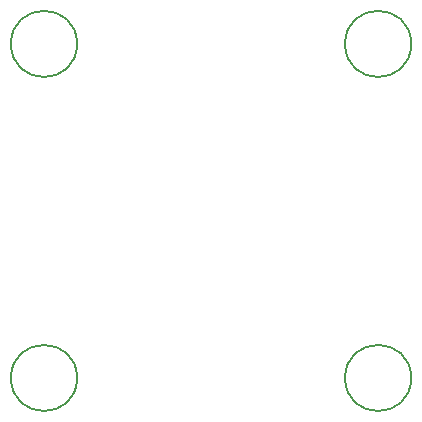
<source format=gbr>
%TF.GenerationSoftware,KiCad,Pcbnew,8.0.7*%
%TF.CreationDate,2024-12-28T18:39:16-05:00*%
%TF.ProjectId,nob,6e6f622e-6b69-4636-9164-5f7063625858,rev?*%
%TF.SameCoordinates,Original*%
%TF.FileFunction,Other,Comment*%
%FSLAX46Y46*%
G04 Gerber Fmt 4.6, Leading zero omitted, Abs format (unit mm)*
G04 Created by KiCad (PCBNEW 8.0.7) date 2024-12-28 18:39:16*
%MOMM*%
%LPD*%
G01*
G04 APERTURE LIST*
%ADD10C,0.150000*%
G04 APERTURE END LIST*
D10*
%TO.C,H3*%
X118657864Y-55857864D02*
G75*
G02*
X113057864Y-55857864I-2800000J0D01*
G01*
X113057864Y-55857864D02*
G75*
G02*
X118657864Y-55857864I2800000J0D01*
G01*
%TO.C,H2*%
X118657864Y-84142136D02*
G75*
G02*
X113057864Y-84142136I-2800000J0D01*
G01*
X113057864Y-84142136D02*
G75*
G02*
X118657864Y-84142136I2800000J0D01*
G01*
%TO.C,H1*%
X146942136Y-84142136D02*
G75*
G02*
X141342136Y-84142136I-2800000J0D01*
G01*
X141342136Y-84142136D02*
G75*
G02*
X146942136Y-84142136I2800000J0D01*
G01*
%TO.C,H4*%
X146942136Y-55857864D02*
G75*
G02*
X141342136Y-55857864I-2800000J0D01*
G01*
X141342136Y-55857864D02*
G75*
G02*
X146942136Y-55857864I2800000J0D01*
G01*
%TD*%
M02*

</source>
